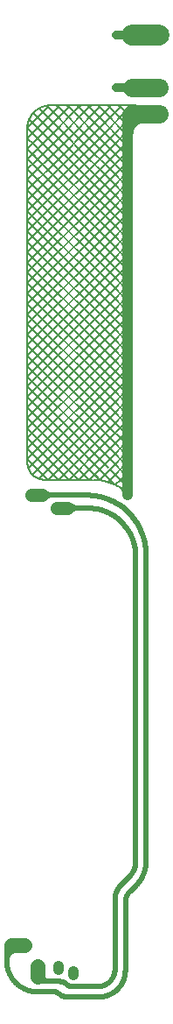
<source format=gbr>
G04 EAGLE Gerber RS-274X export*
G75*
%MOMM*%
%FSLAX34Y34*%
%LPD*%
%INBottom Copper*%
%IPPOS*%
%AMOC8*
5,1,8,0,0,1.08239X$1,22.5*%
G01*
%ADD10C,1.800000*%
%ADD11C,2.000000*%
%ADD12C,1.000000*%
%ADD13C,1.000000*%
%ADD14C,0.500000*%
%ADD15C,2.000000*%
%ADD16C,0.812800*%
%ADD17C,1.800000*%
%ADD18C,1.400000*%
%ADD19C,1.300000*%
%ADD20C,0.200000*%


D10*
X167500Y899200D03*
D11*
X167500Y950000D03*
D12*
X137500Y860100D02*
X137500Y513000D01*
D13*
X137500Y513000D03*
D12*
X137500Y860100D02*
X137504Y860432D01*
X137516Y860764D01*
X137536Y861096D01*
X137564Y861427D01*
X137600Y861757D01*
X137644Y862087D01*
X137696Y862415D01*
X137756Y862742D01*
X137824Y863067D01*
X137900Y863391D01*
X137983Y863712D01*
X138074Y864032D01*
X138173Y864349D01*
X138279Y864664D01*
X138394Y864976D01*
X138515Y865285D01*
X138644Y865591D01*
X138780Y865894D01*
X138924Y866194D01*
X139075Y866490D01*
X139233Y866782D01*
X139398Y867071D01*
X139570Y867355D01*
X139749Y867635D01*
X139934Y867911D01*
X140126Y868182D01*
X140325Y868448D01*
X140529Y868710D01*
X140741Y868967D01*
X140958Y869218D01*
X141181Y869464D01*
X141411Y869705D01*
X141645Y869939D01*
X141886Y870169D01*
X142132Y870392D01*
X142383Y870609D01*
X142640Y870821D01*
X142902Y871025D01*
X143168Y871224D01*
X143439Y871416D01*
X143715Y871601D01*
X143995Y871780D01*
X144279Y871952D01*
X144568Y872117D01*
X144860Y872275D01*
X145156Y872426D01*
X145456Y872570D01*
X145759Y872706D01*
X146065Y872835D01*
X146374Y872956D01*
X146686Y873071D01*
X147001Y873177D01*
X147318Y873276D01*
X147638Y873367D01*
X147959Y873450D01*
X148283Y873526D01*
X148608Y873594D01*
X148935Y873654D01*
X149263Y873706D01*
X149593Y873750D01*
X149923Y873786D01*
X150254Y873814D01*
X150586Y873834D01*
X150918Y873846D01*
X151250Y873850D01*
X167500Y873850D01*
D10*
X167500Y873850D03*
D12*
X137500Y513000D02*
X137500Y505400D01*
D14*
X98792Y492500D02*
X80000Y492500D01*
X98792Y492500D02*
X99909Y492487D01*
X101024Y492446D01*
X102139Y492379D01*
X103252Y492284D01*
X104362Y492163D01*
X105469Y492015D01*
X106571Y491840D01*
X107670Y491639D01*
X108763Y491411D01*
X109850Y491157D01*
X110931Y490877D01*
X112005Y490571D01*
X113071Y490238D01*
X114129Y489881D01*
X115178Y489497D01*
X116217Y489089D01*
X117246Y488655D01*
X118264Y488197D01*
X119271Y487714D01*
X120266Y487207D01*
X121248Y486676D01*
X122218Y486122D01*
X123173Y485544D01*
X124115Y484944D01*
X125041Y484320D01*
X125952Y483675D01*
X126848Y483008D01*
X127727Y482319D01*
X128589Y481610D01*
X129434Y480879D01*
X130260Y480129D01*
X131069Y479358D01*
X131858Y478569D01*
X132629Y477760D01*
X133379Y476934D01*
X134110Y476089D01*
X134819Y475227D01*
X135508Y474348D01*
X136175Y473452D01*
X136820Y472541D01*
X137444Y471615D01*
X138044Y470673D01*
X138622Y469718D01*
X139176Y468748D01*
X139707Y467766D01*
X140214Y466771D01*
X140697Y465764D01*
X141155Y464746D01*
X141589Y463717D01*
X141997Y462678D01*
X142381Y461629D01*
X142738Y460571D01*
X143071Y459505D01*
X143377Y458431D01*
X143657Y457350D01*
X143911Y456263D01*
X144139Y455170D01*
X144340Y454071D01*
X144515Y452969D01*
X144663Y451862D01*
X144784Y450752D01*
X144879Y449639D01*
X144946Y448524D01*
X144987Y447409D01*
X145000Y446292D01*
X145000Y150651D01*
X144994Y150183D01*
X144978Y149715D01*
X144950Y149247D01*
X144911Y148780D01*
X144861Y148315D01*
X144800Y147850D01*
X144728Y147388D01*
X144644Y146927D01*
X144550Y146468D01*
X144445Y146011D01*
X144329Y145558D01*
X144203Y145107D01*
X144066Y144659D01*
X143918Y144215D01*
X143759Y143774D01*
X143590Y143337D01*
X143411Y142904D01*
X143222Y142476D01*
X143022Y142052D01*
X142812Y141634D01*
X142593Y141220D01*
X142364Y140811D01*
X142125Y140409D01*
X141876Y140012D01*
X141618Y139621D01*
X141351Y139236D01*
X141075Y138858D01*
X140790Y138486D01*
X140496Y138122D01*
X140193Y137764D01*
X139882Y137414D01*
X139563Y137071D01*
X139236Y136736D01*
X130764Y128264D01*
X130437Y127929D01*
X130118Y127586D01*
X129807Y127236D01*
X129504Y126878D01*
X129210Y126514D01*
X128925Y126142D01*
X128649Y125764D01*
X128382Y125379D01*
X128124Y124988D01*
X127875Y124591D01*
X127636Y124189D01*
X127407Y123780D01*
X127188Y123366D01*
X126978Y122948D01*
X126778Y122524D01*
X126589Y122096D01*
X126410Y121663D01*
X126241Y121226D01*
X126082Y120785D01*
X125934Y120341D01*
X125797Y119893D01*
X125671Y119442D01*
X125555Y118988D01*
X125450Y118532D01*
X125356Y118073D01*
X125272Y117612D01*
X125200Y117150D01*
X125139Y116685D01*
X125089Y116220D01*
X125050Y115753D01*
X125022Y115285D01*
X125006Y114817D01*
X125000Y114349D01*
X125000Y47071D01*
X124995Y46659D01*
X124980Y46246D01*
X124955Y45834D01*
X124920Y45423D01*
X124876Y45013D01*
X124821Y44604D01*
X124756Y44197D01*
X124682Y43791D01*
X124598Y43387D01*
X124504Y42986D01*
X124400Y42586D01*
X124287Y42190D01*
X124164Y41796D01*
X124032Y41405D01*
X123891Y41018D01*
X123740Y40634D01*
X123580Y40253D01*
X123410Y39877D01*
X123232Y39505D01*
X123045Y39138D01*
X122849Y38775D01*
X122644Y38417D01*
X122430Y38064D01*
X122208Y37716D01*
X121978Y37374D01*
X121740Y37037D01*
X121493Y36706D01*
X121239Y36381D01*
X120977Y36063D01*
X120707Y35751D01*
X120430Y35445D01*
X120145Y35147D01*
X119853Y34855D01*
X119555Y34570D01*
X119249Y34293D01*
X118937Y34023D01*
X118619Y33761D01*
X118294Y33507D01*
X117963Y33260D01*
X117626Y33022D01*
X117284Y32792D01*
X116936Y32570D01*
X116583Y32356D01*
X116225Y32151D01*
X115862Y31955D01*
X115495Y31768D01*
X115123Y31590D01*
X114747Y31420D01*
X114366Y31260D01*
X113982Y31109D01*
X113595Y30968D01*
X113204Y30836D01*
X112810Y30713D01*
X112414Y30600D01*
X112014Y30496D01*
X111613Y30402D01*
X111209Y30318D01*
X110803Y30244D01*
X110396Y30179D01*
X109987Y30124D01*
X109577Y30080D01*
X109166Y30045D01*
X108754Y30020D01*
X108341Y30005D01*
X107929Y30000D01*
X83750Y30000D01*
X83528Y30003D01*
X83306Y30011D01*
X83084Y30025D01*
X82863Y30044D01*
X82642Y30068D01*
X82422Y30098D01*
X82202Y30133D01*
X81984Y30174D01*
X81766Y30220D01*
X81550Y30271D01*
X81335Y30328D01*
X81122Y30390D01*
X80910Y30457D01*
X80700Y30529D01*
X80492Y30607D01*
X80286Y30689D01*
X80081Y30777D01*
X79879Y30869D01*
X79680Y30967D01*
X79482Y31069D01*
X79288Y31176D01*
X79096Y31288D01*
X78907Y31405D01*
X78720Y31526D01*
X78537Y31651D01*
X78357Y31782D01*
X78180Y31916D01*
X78007Y32055D01*
X77837Y32198D01*
X77670Y32345D01*
X77508Y32496D01*
X77349Y32652D01*
X77348Y32652D02*
X77286Y32714D01*
X77286Y32715D02*
X77153Y32844D01*
X77017Y32971D01*
X76878Y33094D01*
X76736Y33214D01*
X76592Y33331D01*
X76444Y33444D01*
X76294Y33553D01*
X76142Y33659D01*
X75987Y33761D01*
X75829Y33860D01*
X75670Y33955D01*
X75508Y34046D01*
X75344Y34133D01*
X75177Y34216D01*
X75009Y34295D01*
X74840Y34370D01*
X74668Y34441D01*
X74495Y34508D01*
X74320Y34571D01*
X74144Y34629D01*
X73966Y34684D01*
X73788Y34734D01*
X73608Y34780D01*
X73427Y34822D01*
X73245Y34859D01*
X73062Y34892D01*
X72878Y34921D01*
X72694Y34945D01*
X72510Y34965D01*
X72325Y34980D01*
X72139Y34991D01*
X71954Y34998D01*
X71768Y35000D01*
X60000Y35000D01*
X55518Y35000D01*
X55371Y35002D01*
X55224Y35008D01*
X55078Y35018D01*
X54931Y35031D01*
X54786Y35049D01*
X54640Y35070D01*
X54496Y35096D01*
X54352Y35125D01*
X54208Y35158D01*
X54066Y35194D01*
X53925Y35235D01*
X53785Y35279D01*
X53646Y35327D01*
X53509Y35379D01*
X53372Y35434D01*
X53238Y35493D01*
X53105Y35556D01*
X52974Y35622D01*
X52844Y35691D01*
X52717Y35764D01*
X52591Y35840D01*
X52468Y35920D01*
X52346Y36003D01*
X52227Y36089D01*
X52110Y36178D01*
X51996Y36270D01*
X51884Y36365D01*
X51775Y36464D01*
X51668Y36565D01*
X51565Y36668D01*
X51464Y36775D01*
X51365Y36884D01*
X51270Y36996D01*
X51178Y37110D01*
X51089Y37227D01*
X51003Y37346D01*
X50920Y37468D01*
X50840Y37591D01*
X50764Y37717D01*
X50691Y37844D01*
X50622Y37974D01*
X50556Y38105D01*
X50493Y38238D01*
X50434Y38372D01*
X50379Y38509D01*
X50327Y38646D01*
X50279Y38785D01*
X50235Y38925D01*
X50194Y39066D01*
X50158Y39208D01*
X50125Y39352D01*
X50096Y39496D01*
X50070Y39640D01*
X50049Y39786D01*
X50031Y39931D01*
X50018Y40078D01*
X50008Y40224D01*
X50002Y40371D01*
X50000Y40518D01*
X50000Y50000D01*
D13*
X80000Y492500D03*
X50000Y50000D03*
D14*
X87500Y492500D02*
X80833Y494857D01*
X80000Y492500D01*
X80833Y490143D02*
X87500Y492500D01*
X80833Y490143D02*
X80000Y492500D01*
X80833Y494857D02*
X87500Y492500D01*
X80833Y494857D02*
X80000Y492500D01*
X80833Y490143D02*
X87500Y492500D01*
X80833Y490143D02*
X80000Y492500D01*
X80833Y494857D02*
X87500Y492500D01*
X80833Y494857D02*
X80000Y492500D01*
X80833Y490143D02*
X87500Y492500D01*
X80833Y490143D02*
X80000Y492500D01*
X80833Y494857D02*
X87500Y492500D01*
X80833Y494857D02*
X80000Y492500D01*
X80833Y490143D02*
X87500Y492500D01*
X80833Y490143D02*
X80000Y492500D01*
D13*
X70000Y50000D03*
D14*
X55000Y505000D02*
X97639Y505000D01*
X99025Y504983D01*
X100410Y504933D01*
X101794Y504849D01*
X103175Y504732D01*
X104553Y504582D01*
X105927Y504398D01*
X107296Y504181D01*
X108660Y503931D01*
X110017Y503649D01*
X111366Y503333D01*
X112708Y502985D01*
X114041Y502605D01*
X115365Y502193D01*
X116678Y501748D01*
X117979Y501272D01*
X119270Y500765D01*
X120547Y500227D01*
X121811Y499658D01*
X123061Y499059D01*
X124296Y498430D01*
X125515Y497771D01*
X126719Y497082D01*
X127905Y496365D01*
X129074Y495620D01*
X130224Y494846D01*
X131355Y494045D01*
X132466Y493217D01*
X133558Y492362D01*
X134628Y491481D01*
X135676Y490574D01*
X136703Y489643D01*
X137706Y488686D01*
X138686Y487706D01*
X139643Y486703D01*
X140574Y485676D01*
X141481Y484628D01*
X142362Y483558D01*
X143217Y482466D01*
X144045Y481355D01*
X144846Y480224D01*
X145620Y479074D01*
X146365Y477905D01*
X147082Y476719D01*
X147771Y475515D01*
X148430Y474296D01*
X149059Y473061D01*
X149658Y471811D01*
X150227Y470547D01*
X150765Y469270D01*
X151272Y467979D01*
X151748Y466678D01*
X152193Y465365D01*
X152605Y464041D01*
X152985Y462708D01*
X153333Y461366D01*
X153649Y460017D01*
X153931Y458660D01*
X154181Y457296D01*
X154398Y455927D01*
X154582Y454553D01*
X154732Y453175D01*
X154849Y451794D01*
X154933Y450410D01*
X154983Y449025D01*
X155000Y447639D01*
X155000Y151250D01*
X154990Y150435D01*
X154960Y149621D01*
X154910Y148808D01*
X154840Y147996D01*
X154750Y147187D01*
X154641Y146379D01*
X154511Y145575D01*
X154362Y144774D01*
X154193Y143977D01*
X154005Y143184D01*
X153798Y142396D01*
X153571Y141614D01*
X153325Y140837D01*
X153060Y140067D01*
X152776Y139303D01*
X152473Y138547D01*
X152152Y137798D01*
X151813Y137057D01*
X151456Y136325D01*
X151080Y135602D01*
X150688Y134888D01*
X150277Y134184D01*
X149850Y133491D01*
X149406Y132808D01*
X148945Y132136D01*
X148467Y131476D01*
X147974Y130827D01*
X147465Y130191D01*
X146941Y129568D01*
X146401Y128958D01*
X145846Y128361D01*
X145277Y127778D01*
X145277Y127777D02*
X139375Y121875D01*
X139127Y121621D01*
X138884Y121361D01*
X138648Y121095D01*
X138419Y120823D01*
X138196Y120546D01*
X137979Y120264D01*
X137770Y119977D01*
X137567Y119685D01*
X137371Y119389D01*
X137183Y119087D01*
X137001Y118781D01*
X136827Y118472D01*
X136660Y118158D01*
X136501Y117840D01*
X136350Y117518D01*
X136206Y117193D01*
X136070Y116865D01*
X135942Y116533D01*
X135822Y116198D01*
X135709Y115861D01*
X135605Y115521D01*
X135509Y115179D01*
X135421Y114835D01*
X135341Y114488D01*
X135270Y114140D01*
X135207Y113790D01*
X135152Y113439D01*
X135106Y113086D01*
X135068Y112733D01*
X135038Y112379D01*
X135017Y112024D01*
X135004Y111668D01*
X135000Y111313D01*
X135000Y45607D01*
X134993Y44988D01*
X134970Y44370D01*
X134933Y43752D01*
X134880Y43136D01*
X134813Y42520D01*
X134731Y41907D01*
X134634Y41296D01*
X134523Y40687D01*
X134397Y40081D01*
X134256Y39479D01*
X134101Y38880D01*
X133931Y38285D01*
X133747Y37694D01*
X133548Y37108D01*
X133336Y36527D01*
X133110Y35951D01*
X132869Y35380D01*
X132615Y34816D01*
X132348Y34258D01*
X132067Y33707D01*
X131773Y33162D01*
X131465Y32625D01*
X131145Y32096D01*
X130812Y31574D01*
X130467Y31061D01*
X130109Y30556D01*
X129740Y30059D01*
X129358Y29572D01*
X128965Y29095D01*
X128560Y28626D01*
X128144Y28168D01*
X127717Y27720D01*
X127280Y27283D01*
X126832Y26856D01*
X126374Y26440D01*
X125905Y26035D01*
X125428Y25642D01*
X124941Y25260D01*
X124444Y24891D01*
X123939Y24533D01*
X123426Y24188D01*
X122904Y23855D01*
X122375Y23535D01*
X121838Y23227D01*
X121293Y22933D01*
X120742Y22652D01*
X120184Y22385D01*
X119620Y22131D01*
X119049Y21890D01*
X118473Y21664D01*
X117892Y21452D01*
X117306Y21253D01*
X116715Y21069D01*
X116120Y20899D01*
X115521Y20744D01*
X114919Y20603D01*
X114313Y20477D01*
X113704Y20366D01*
X113093Y20269D01*
X112480Y20187D01*
X111864Y20120D01*
X111248Y20067D01*
X110630Y20030D01*
X110012Y20007D01*
X109393Y20000D01*
X36250Y70000D02*
X32500Y70000D01*
X32198Y69996D01*
X31896Y69985D01*
X31595Y69967D01*
X31294Y69942D01*
X30993Y69909D01*
X30694Y69869D01*
X30396Y69822D01*
X30098Y69767D01*
X29803Y69706D01*
X29509Y69637D01*
X29216Y69561D01*
X28926Y69478D01*
X28637Y69388D01*
X28351Y69291D01*
X28067Y69188D01*
X27786Y69077D01*
X27508Y68960D01*
X27232Y68836D01*
X26960Y68705D01*
X26691Y68568D01*
X26425Y68425D01*
X26163Y68275D01*
X25904Y68118D01*
X25650Y67956D01*
X25399Y67787D01*
X25153Y67613D01*
X24910Y67432D01*
X24673Y67246D01*
X24439Y67054D01*
X24211Y66856D01*
X23987Y66653D01*
X23769Y66445D01*
X23555Y66231D01*
X23347Y66013D01*
X23144Y65789D01*
X22946Y65561D01*
X22754Y65327D01*
X22568Y65090D01*
X22387Y64847D01*
X22213Y64601D01*
X22044Y64350D01*
X21882Y64096D01*
X21725Y63837D01*
X21575Y63575D01*
X21432Y63309D01*
X21295Y63040D01*
X21164Y62768D01*
X21040Y62492D01*
X20923Y62214D01*
X20812Y61933D01*
X20709Y61649D01*
X20612Y61363D01*
X20522Y61074D01*
X20439Y60784D01*
X20363Y60491D01*
X20294Y60197D01*
X20233Y59902D01*
X20178Y59604D01*
X20131Y59306D01*
X20091Y59007D01*
X20058Y58706D01*
X20033Y58405D01*
X20015Y58104D01*
X20004Y57802D01*
X20000Y57500D01*
X20000Y54789D01*
X20009Y54069D01*
X20035Y53350D01*
X20078Y52631D01*
X20139Y51914D01*
X20217Y51198D01*
X20313Y50485D01*
X20425Y49774D01*
X20555Y49066D01*
X20702Y48361D01*
X20866Y47660D01*
X21046Y46963D01*
X21244Y46271D01*
X21458Y45584D01*
X21689Y44902D01*
X21936Y44226D01*
X22199Y43556D01*
X22479Y42892D01*
X22774Y42236D01*
X23085Y41587D01*
X23412Y40945D01*
X23754Y40312D01*
X24112Y39687D01*
X24484Y39071D01*
X24871Y38464D01*
X25273Y37867D01*
X25689Y37279D01*
X26119Y36702D01*
X26563Y36136D01*
X27021Y35580D01*
X27492Y35035D01*
X27975Y34502D01*
X28472Y33981D01*
X28981Y33472D01*
X29502Y32975D01*
X30035Y32492D01*
X30580Y32021D01*
X31136Y31563D01*
X31702Y31119D01*
X32279Y30689D01*
X32867Y30273D01*
X33464Y29871D01*
X34071Y29484D01*
X34687Y29112D01*
X35312Y28754D01*
X35945Y28412D01*
X36587Y28085D01*
X37236Y27774D01*
X37892Y27479D01*
X38556Y27199D01*
X39226Y26936D01*
X39902Y26689D01*
X40584Y26458D01*
X41271Y26244D01*
X41963Y26046D01*
X42660Y25866D01*
X43361Y25702D01*
X44066Y25555D01*
X44774Y25425D01*
X45485Y25313D01*
X46198Y25217D01*
X46914Y25139D01*
X47631Y25078D01*
X48350Y25035D01*
X49069Y25009D01*
X49789Y25000D01*
X66679Y25000D01*
X66819Y24998D01*
X66959Y24992D01*
X67099Y24982D01*
X67239Y24969D01*
X67378Y24951D01*
X67517Y24929D01*
X67654Y24904D01*
X67792Y24875D01*
X67928Y24842D01*
X68063Y24805D01*
X68197Y24764D01*
X68330Y24719D01*
X68462Y24671D01*
X68592Y24619D01*
X68721Y24564D01*
X68848Y24505D01*
X68974Y24442D01*
X69098Y24376D01*
X69219Y24307D01*
X69339Y24234D01*
X69457Y24157D01*
X69572Y24078D01*
X69686Y23995D01*
X69796Y23909D01*
X69905Y23820D01*
X70011Y23728D01*
X70114Y23633D01*
X70215Y23536D01*
X70427Y23329D01*
X70644Y23127D01*
X70866Y22931D01*
X71092Y22740D01*
X71324Y22555D01*
X71559Y22375D01*
X71799Y22202D01*
X72044Y22034D01*
X72292Y21873D01*
X72544Y21717D01*
X72800Y21568D01*
X73060Y21425D01*
X73323Y21289D01*
X73589Y21159D01*
X73858Y21036D01*
X74131Y20919D01*
X74406Y20809D01*
X74683Y20706D01*
X74964Y20609D01*
X75246Y20520D01*
X75531Y20437D01*
X75817Y20362D01*
X76105Y20293D01*
X76395Y20232D01*
X76686Y20178D01*
X76979Y20131D01*
X77272Y20091D01*
X77567Y20058D01*
X77862Y20033D01*
X78158Y20015D01*
X78454Y20004D01*
X78750Y20000D01*
X109393Y20000D01*
D13*
X55000Y505000D03*
X36250Y70000D03*
D14*
X62500Y505000D02*
X55833Y507357D01*
X55000Y505000D01*
X55833Y502643D02*
X62500Y505000D01*
X55833Y502643D02*
X55000Y505000D01*
X55833Y507357D02*
X62500Y505000D01*
X55833Y507357D02*
X55000Y505000D01*
X55833Y502643D02*
X62500Y505000D01*
X55833Y502643D02*
X55000Y505000D01*
X55833Y507357D02*
X62500Y505000D01*
X55833Y507357D02*
X55000Y505000D01*
X55833Y502643D02*
X62500Y505000D01*
X55833Y502643D02*
X55000Y505000D01*
X55833Y507357D02*
X62500Y505000D01*
X55833Y507357D02*
X55000Y505000D01*
X55833Y502643D02*
X62500Y505000D01*
X55833Y502643D02*
X55000Y505000D01*
D13*
X85000Y45000D03*
D15*
X141510Y950000D02*
X167500Y950000D01*
D16*
X141510Y950000D02*
X126250Y950000D01*
D17*
X141510Y873850D02*
X167500Y873850D01*
X167500Y899200D02*
X141510Y899200D01*
D16*
X126250Y899200D01*
D12*
X70000Y50000D02*
X70000Y46250D01*
D18*
X50000Y50000D02*
X50000Y39500D01*
D12*
X85000Y41250D02*
X85000Y45000D01*
D18*
X37500Y70000D02*
X24500Y70000D01*
D19*
X68750Y492500D02*
X78750Y492500D01*
X53750Y505000D02*
X43750Y505000D01*
D20*
X56000Y41625D02*
X56009Y41480D01*
X56021Y41334D01*
X56038Y41190D01*
X56058Y41045D01*
X56083Y40902D01*
X56111Y40759D01*
X56143Y40617D01*
X56179Y40475D01*
X56219Y40335D01*
X56263Y40196D01*
X56310Y40058D01*
X56361Y39922D01*
X56416Y39787D01*
X56474Y39653D01*
X56536Y39521D01*
X56602Y39391D01*
X56671Y39263D01*
X56743Y39136D01*
X56819Y39012D01*
X56898Y38890D01*
X56981Y38769D01*
X57066Y38652D01*
X57155Y38536D01*
X57247Y38423D01*
X57342Y38313D01*
X57440Y38205D01*
X57541Y38099D01*
X57645Y37997D01*
X57751Y37897D01*
X57860Y37801D01*
X57972Y37707D01*
X58086Y37616D01*
X58202Y37529D01*
X58321Y37445D01*
X58442Y37363D01*
X58565Y37286D01*
X58691Y37211D01*
X58818Y37140D01*
X58947Y37073D01*
X59078Y37009D01*
X59211Y36948D01*
X59345Y36892D01*
X59481Y36838D01*
X59618Y36789D01*
X59756Y36743D01*
X59896Y36701D01*
X60036Y36663D01*
X60178Y36629D01*
X60320Y36598D01*
X60464Y36572D01*
X60608Y36549D01*
X60752Y36530D01*
X60897Y36515D01*
X61042Y36504D01*
X61188Y36497D01*
X61334Y36494D01*
X61479Y36495D01*
X61625Y36500D01*
D14*
X54500Y37125D02*
X54500Y46125D01*
X45501Y46000D02*
X45487Y45751D01*
X45480Y45501D01*
X45478Y45252D01*
X45483Y45002D01*
X45493Y44752D01*
X45510Y44503D01*
X45532Y44255D01*
X45561Y44006D01*
X45595Y43759D01*
X45636Y43513D01*
X45682Y43267D01*
X45735Y43023D01*
X45793Y42780D01*
X45857Y42539D01*
X45927Y42299D01*
X46003Y42061D01*
X46084Y41825D01*
X46172Y41591D01*
X46264Y41359D01*
X46363Y41129D01*
X46466Y40902D01*
X46576Y40678D01*
X46690Y40456D01*
X46810Y40237D01*
X46936Y40021D01*
X47066Y39808D01*
X47202Y39598D01*
X47342Y39392D01*
X47488Y39189D01*
X47638Y38989D01*
X47794Y38794D01*
X47953Y38602D01*
X48118Y38414D01*
X48287Y38230D01*
X48460Y38050D01*
X48638Y37875D01*
X48820Y37703D01*
X49006Y37537D01*
X49196Y37374D01*
X49389Y37217D01*
X49587Y37064D01*
X49788Y36916D01*
X49993Y36773D01*
X50201Y36635D01*
X50412Y36502D01*
X50626Y36374D01*
X50844Y36251D01*
X51064Y36133D01*
X51288Y36021D01*
X51513Y35915D01*
X51742Y35814D01*
X51973Y35718D01*
X52206Y35628D01*
X52441Y35544D01*
X52678Y35465D01*
X52917Y35392D01*
X53157Y35325D01*
X53399Y35264D01*
X53643Y35208D01*
X53888Y35159D01*
X54133Y35115D01*
X54380Y35078D01*
X54628Y35046D01*
X54877Y35021D01*
X55126Y35001D01*
X20000Y53750D02*
X20000Y70000D01*
X50000Y35000D02*
X60000Y35000D01*
D12*
X137500Y855000D02*
X137511Y855365D01*
X137530Y855730D01*
X137558Y856095D01*
X137595Y856459D01*
X137640Y856821D01*
X137695Y857183D01*
X137758Y857543D01*
X137830Y857901D01*
X137910Y858258D01*
X137999Y858612D01*
X138097Y858965D01*
X138203Y859314D01*
X138318Y859662D01*
X138440Y860006D01*
X138572Y860347D01*
X138711Y860685D01*
X138858Y861020D01*
X139014Y861350D01*
X139177Y861677D01*
X139349Y862000D01*
X139528Y862319D01*
X139715Y862633D01*
X139909Y862943D01*
X140110Y863248D01*
X140319Y863548D01*
X140536Y863842D01*
X140759Y864132D01*
X140989Y864416D01*
X141226Y864694D01*
X141470Y864967D01*
X141720Y865233D01*
X141976Y865494D01*
X142239Y865748D01*
X142508Y865996D01*
X142782Y866237D01*
X143063Y866471D01*
X143349Y866699D01*
X143640Y866920D01*
X143937Y867133D01*
X144239Y867340D01*
X144545Y867539D01*
X144857Y867730D01*
X145173Y867914D01*
X145493Y868090D01*
X145817Y868259D01*
X146146Y868419D01*
X146478Y868572D01*
X146814Y868716D01*
X147153Y868853D01*
X147495Y868981D01*
X147841Y869101D01*
X148189Y869212D01*
X148540Y869315D01*
X148893Y869409D01*
X149248Y869495D01*
X149605Y869573D01*
X149964Y869641D01*
X150325Y869701D01*
X150687Y869752D01*
X151050Y869795D01*
X151414Y869828D01*
X151779Y869853D01*
X152144Y869869D01*
X152509Y869877D01*
X152875Y869875D01*
X137500Y873500D02*
X137500Y853500D01*
D14*
X30000Y65500D02*
X29758Y65497D01*
X29517Y65488D01*
X29276Y65474D01*
X29035Y65453D01*
X28795Y65427D01*
X28555Y65395D01*
X28316Y65357D01*
X28079Y65314D01*
X27842Y65264D01*
X27607Y65209D01*
X27373Y65149D01*
X27141Y65082D01*
X26910Y65011D01*
X26681Y64933D01*
X26454Y64850D01*
X26229Y64762D01*
X26006Y64668D01*
X25786Y64569D01*
X25568Y64464D01*
X25353Y64355D01*
X25140Y64240D01*
X24930Y64120D01*
X24724Y63995D01*
X24520Y63865D01*
X24319Y63730D01*
X24122Y63590D01*
X23928Y63446D01*
X23738Y63297D01*
X23552Y63143D01*
X23369Y62985D01*
X23190Y62823D01*
X23015Y62656D01*
X22844Y62485D01*
X22677Y62310D01*
X22515Y62131D01*
X22357Y61948D01*
X22203Y61762D01*
X22054Y61572D01*
X21910Y61378D01*
X21770Y61181D01*
X21635Y60980D01*
X21505Y60776D01*
X21380Y60570D01*
X21260Y60360D01*
X21145Y60147D01*
X21036Y59932D01*
X20931Y59714D01*
X20832Y59494D01*
X20738Y59271D01*
X20650Y59046D01*
X20567Y58819D01*
X20489Y58590D01*
X20418Y58359D01*
X20351Y58127D01*
X20291Y57893D01*
X20236Y57658D01*
X20186Y57421D01*
X20143Y57184D01*
X20105Y56945D01*
X20073Y56705D01*
X20047Y56465D01*
X20026Y56224D01*
X20012Y55983D01*
X20003Y55742D01*
X20000Y55500D01*
D20*
X133750Y860000D02*
X133750Y870000D01*
X61845Y881845D02*
X61317Y881839D01*
X60790Y881819D01*
X60263Y881788D01*
X59737Y881743D01*
X59212Y881686D01*
X58689Y881616D01*
X58167Y881533D01*
X57648Y881438D01*
X57131Y881330D01*
X56617Y881210D01*
X56106Y881078D01*
X55599Y880933D01*
X55095Y880776D01*
X54594Y880607D01*
X54099Y880425D01*
X53607Y880232D01*
X53121Y880027D01*
X52639Y879811D01*
X52163Y879582D01*
X51693Y879343D01*
X51229Y879092D01*
X50770Y878830D01*
X50319Y878557D01*
X49874Y878273D01*
X49436Y877978D01*
X49005Y877673D01*
X48582Y877358D01*
X48166Y877032D01*
X47758Y876696D01*
X47359Y876351D01*
X46968Y875996D01*
X46586Y875632D01*
X46213Y875259D01*
X45849Y874877D01*
X45494Y874486D01*
X45149Y874087D01*
X44813Y873679D01*
X44487Y873263D01*
X44172Y872840D01*
X43867Y872409D01*
X43572Y871971D01*
X43288Y871526D01*
X43015Y871075D01*
X42753Y870616D01*
X42502Y870152D01*
X42263Y869682D01*
X42034Y869206D01*
X41818Y868724D01*
X41613Y868238D01*
X41420Y867746D01*
X41238Y867251D01*
X41069Y866750D01*
X40912Y866246D01*
X40767Y865739D01*
X40635Y865228D01*
X40515Y864714D01*
X40407Y864197D01*
X40312Y863678D01*
X40229Y863156D01*
X40159Y862633D01*
X40102Y862108D01*
X40057Y861582D01*
X40026Y861055D01*
X40006Y860528D01*
X40000Y860000D01*
X61845Y881845D02*
X145625Y881845D01*
X120000Y530000D02*
X110000Y520000D01*
X120000Y530000D02*
X140000Y550000D01*
X102929Y520000D02*
X100000Y520000D01*
X90000Y520000D01*
X80000Y520000D01*
X70000Y520000D01*
X60000Y520000D01*
X57071Y520000D01*
X56659Y520005D01*
X56246Y520020D01*
X55834Y520045D01*
X55423Y520080D01*
X55013Y520124D01*
X54604Y520179D01*
X54197Y520244D01*
X53791Y520318D01*
X53387Y520402D01*
X52986Y520496D01*
X52586Y520600D01*
X52190Y520713D01*
X51796Y520836D01*
X51405Y520968D01*
X51018Y521109D01*
X50634Y521260D01*
X50253Y521420D01*
X49877Y521590D01*
X49505Y521768D01*
X49138Y521955D01*
X48775Y522151D01*
X48417Y522356D01*
X48064Y522570D01*
X47716Y522792D01*
X47374Y523022D01*
X47037Y523260D01*
X46706Y523507D01*
X46381Y523761D01*
X46063Y524023D01*
X45751Y524293D01*
X45445Y524570D01*
X45147Y524855D01*
X44855Y525147D01*
X44570Y525445D01*
X44293Y525751D01*
X44023Y526063D01*
X43761Y526381D01*
X43507Y526706D01*
X43260Y527037D01*
X43022Y527374D01*
X42792Y527716D01*
X42570Y528064D01*
X42356Y528417D01*
X42151Y528775D01*
X41955Y529138D01*
X41768Y529505D01*
X41590Y529877D01*
X41420Y530253D01*
X41260Y530634D01*
X41109Y531018D01*
X40968Y531405D01*
X40836Y531796D01*
X40713Y532190D01*
X40600Y532586D01*
X40496Y532986D01*
X40402Y533387D01*
X40318Y533791D01*
X40244Y534197D01*
X40179Y534604D01*
X40124Y535013D01*
X40080Y535423D01*
X40045Y535834D01*
X40020Y536246D01*
X40005Y536659D01*
X40000Y537071D01*
X40000Y540000D01*
X40000Y550000D01*
X40000Y560000D01*
X40000Y570000D01*
X40000Y580000D01*
X40000Y590000D01*
X40000Y600000D01*
X40000Y610000D01*
X40000Y620000D01*
X40000Y630000D01*
X40000Y640000D01*
X40000Y650000D01*
X40000Y660000D01*
X40000Y670000D01*
X40000Y680000D01*
X40000Y690000D01*
X40000Y700000D01*
X40000Y710000D01*
X40000Y720000D01*
X40000Y730000D01*
X40000Y740000D01*
X40000Y750000D01*
X40000Y760000D01*
X40000Y770000D01*
X40000Y780000D01*
X40000Y790000D01*
X40000Y800000D01*
X40000Y810000D01*
X40000Y820000D01*
X120000Y540000D02*
X110000Y530000D01*
X100000Y520000D01*
X90000Y520000D02*
X100000Y530000D01*
X110000Y540000D01*
X120000Y550000D01*
X120000Y560000D02*
X110000Y550000D01*
X80000Y520000D01*
X70000Y520000D01*
X120000Y570000D01*
X120000Y580000D02*
X60000Y520000D01*
X60000Y530000D02*
X120000Y590000D01*
X60000Y530000D02*
X51250Y521250D01*
X50000Y530000D02*
X120000Y600000D01*
X50000Y530000D02*
X45000Y525000D01*
X50000Y540000D02*
X120000Y610000D01*
X50000Y540000D02*
X41250Y531250D01*
X40000Y540000D02*
X120000Y620000D01*
X120000Y630000D02*
X40000Y550000D01*
X40000Y560000D01*
X120000Y640000D01*
X120000Y650000D02*
X40000Y570000D01*
X40000Y580000D01*
X120000Y660000D01*
X120000Y670000D02*
X40000Y590000D01*
X40000Y600000D02*
X120000Y680000D01*
X120000Y690000D02*
X40000Y610000D01*
X40000Y620000D01*
X120000Y700000D01*
X120000Y710000D02*
X40000Y630000D01*
X40000Y640000D01*
X120000Y720000D01*
X120000Y730000D02*
X40000Y650000D01*
X40000Y660000D01*
X120000Y740000D01*
X120000Y750000D02*
X40000Y670000D01*
X40000Y680000D01*
X120000Y760000D01*
X120000Y770000D02*
X40000Y690000D01*
X40000Y700000D01*
X120000Y780000D01*
X120000Y790000D02*
X40000Y710000D01*
X40000Y720000D01*
X120000Y800000D01*
X120000Y810000D02*
X40000Y730000D01*
X40000Y740000D01*
X120000Y820000D01*
X120000Y830000D02*
X40000Y750000D01*
X40000Y760000D01*
X120000Y840000D01*
X40000Y780000D02*
X40000Y770000D01*
X40000Y540000D02*
X60000Y520000D01*
X40000Y540000D02*
X40000Y550000D01*
X70000Y520000D01*
X80000Y520000D01*
X40000Y560000D01*
X40000Y570000D01*
X90000Y520000D01*
X100000Y520000D02*
X40000Y580000D01*
X40000Y590000D01*
X100000Y530000D01*
X110000Y530000D02*
X40000Y600000D01*
X40000Y610000D02*
X110000Y540000D01*
X110000Y550000D02*
X40000Y620000D01*
X40000Y630000D02*
X120000Y550000D01*
X120000Y560000D02*
X40000Y640000D01*
X40000Y650000D02*
X120000Y570000D01*
X120000Y580000D02*
X40000Y660000D01*
X40000Y670000D02*
X120000Y590000D01*
X120000Y600000D02*
X40000Y680000D01*
X40000Y690000D02*
X120000Y610000D01*
X120000Y620000D02*
X40000Y700000D01*
X40000Y710000D02*
X120000Y630000D01*
X120000Y640000D02*
X40000Y720000D01*
X40000Y730000D02*
X120000Y650000D01*
X120000Y660000D02*
X40000Y740000D01*
X40000Y750000D02*
X120000Y670000D01*
X120000Y680000D02*
X40000Y760000D01*
X40000Y770000D02*
X120000Y690000D01*
X120000Y700000D02*
X40000Y780000D01*
X40000Y790000D02*
X120000Y710000D01*
X120000Y720000D02*
X40000Y800000D01*
X40000Y810000D02*
X120000Y730000D01*
X120000Y740000D02*
X40000Y820000D01*
X110000Y550000D02*
X120000Y540000D01*
X118750Y531250D02*
X110000Y540000D01*
X110000Y530000D02*
X115000Y525000D01*
X108750Y521250D02*
X100000Y530000D01*
X120000Y820000D02*
X140000Y840000D01*
X140000Y830000D02*
X120000Y810000D01*
X120000Y800000D02*
X140000Y820000D01*
X140000Y810000D02*
X120000Y790000D01*
X120000Y780000D02*
X140000Y800000D01*
X140000Y790000D02*
X120000Y770000D01*
X120000Y760000D02*
X140000Y780000D01*
X140000Y770000D02*
X120000Y750000D01*
X120000Y740000D02*
X140000Y760000D01*
X140000Y750000D02*
X120000Y730000D01*
X120000Y720000D02*
X140000Y740000D01*
X140000Y560000D02*
X120000Y540000D01*
X120000Y550000D02*
X130000Y560000D01*
X140000Y570000D01*
X140000Y580000D02*
X120000Y560000D01*
X120000Y570000D02*
X140000Y590000D01*
X140000Y600000D02*
X120000Y580000D01*
X120000Y590000D02*
X140000Y610000D01*
X140000Y620000D02*
X120000Y600000D01*
X120000Y610000D02*
X140000Y630000D01*
X140000Y640000D02*
X120000Y620000D01*
X120000Y630000D02*
X140000Y650000D01*
X140000Y660000D02*
X120000Y640000D01*
X120000Y650000D02*
X140000Y670000D01*
X140000Y680000D02*
X120000Y660000D01*
X120000Y670000D02*
X140000Y690000D01*
X140000Y700000D02*
X120000Y680000D01*
X120000Y690000D02*
X140000Y710000D01*
X140000Y720000D02*
X120000Y700000D01*
X120000Y710000D02*
X140000Y730000D01*
X140000Y540000D02*
X120000Y520000D01*
X110000Y530000D01*
X110000Y520000D02*
X100000Y530000D01*
X120000Y540000D02*
X140000Y520000D01*
X130000Y520000D02*
X140000Y530000D01*
X129938Y520063D02*
X120000Y530000D01*
X129938Y520063D02*
X130000Y520000D01*
X140000Y530000D02*
X120000Y550000D01*
X120000Y560000D02*
X140000Y540000D01*
X130000Y560000D02*
X120000Y570000D01*
X130000Y560000D02*
X140000Y550000D01*
X140000Y560000D02*
X120000Y580000D01*
X120000Y590000D02*
X140000Y570000D01*
X140000Y580000D02*
X120000Y600000D01*
X120000Y620000D02*
X140000Y600000D01*
X140000Y590000D02*
X120000Y610000D01*
X140000Y620000D02*
X120000Y640000D01*
X120000Y630000D02*
X140000Y610000D01*
X140000Y640000D02*
X120000Y660000D01*
X120000Y650000D02*
X140000Y630000D01*
X140000Y650000D02*
X120000Y670000D01*
X120000Y680000D02*
X140000Y660000D01*
X140000Y670000D02*
X120000Y690000D01*
X120000Y700000D02*
X140000Y680000D01*
X140000Y690000D02*
X120000Y710000D01*
X120000Y720000D02*
X140000Y700000D01*
X140000Y710000D02*
X120000Y730000D01*
X120000Y740000D02*
X140000Y720000D01*
X140000Y820000D02*
X120000Y840000D01*
X120000Y830000D02*
X140000Y810000D01*
X140000Y800000D02*
X120000Y820000D01*
X120000Y810000D02*
X140000Y790000D01*
X140000Y780000D02*
X120000Y800000D01*
X120000Y790000D02*
X140000Y770000D01*
X140000Y760000D02*
X120000Y780000D01*
X120000Y770000D02*
X140000Y750000D01*
X140000Y740000D02*
X120000Y760000D01*
X120000Y750000D02*
X140000Y730000D01*
X120000Y830000D02*
X130000Y840000D01*
X140000Y850000D01*
X110000Y840000D02*
X40000Y770000D01*
X40000Y780000D02*
X100000Y840000D01*
X90000Y840000D02*
X40000Y790000D01*
X40000Y800000D02*
X70000Y830000D01*
X80000Y840000D01*
X50000Y820000D02*
X40000Y810000D01*
X50000Y820000D02*
X60000Y830000D01*
X70000Y840000D01*
X50000Y830000D02*
X40000Y820000D01*
X50000Y830000D02*
X60000Y840000D01*
X50000Y820000D02*
X120000Y750000D01*
X50000Y820000D02*
X42500Y827500D01*
X50000Y830000D02*
X120000Y760000D01*
X50000Y830000D02*
X46250Y833750D01*
X60000Y830000D02*
X120000Y770000D01*
X60000Y830000D02*
X52500Y837500D01*
X70000Y830000D02*
X120000Y780000D01*
X70000Y830000D02*
X60000Y840000D01*
X70000Y840000D02*
X120000Y790000D01*
X120000Y800000D02*
X80000Y840000D01*
X90000Y840000D02*
X120000Y810000D01*
X120000Y820000D02*
X100000Y840000D01*
X110000Y840000D02*
X120000Y830000D01*
X130000Y840000D02*
X140000Y830000D01*
X130000Y840000D02*
X126250Y843750D01*
X140000Y840000D02*
X100000Y880000D01*
X98750Y881250D01*
X40000Y830000D02*
X40000Y820000D01*
X40000Y830000D02*
X40000Y833153D01*
X40000Y840000D02*
X50000Y830000D01*
X42500Y827500D02*
X40000Y830000D01*
X60000Y840000D02*
X40000Y860000D01*
X46250Y843750D02*
X52500Y837500D01*
X46250Y843750D02*
X40000Y850000D01*
X60000Y850000D02*
X70000Y840000D01*
X80000Y840000D02*
X70000Y850000D01*
X80000Y850000D02*
X90000Y840000D01*
X100000Y840000D02*
X90000Y850000D01*
X100000Y850000D02*
X110000Y840000D01*
X120000Y840000D02*
X110000Y850000D01*
X120000Y850000D02*
X130000Y840000D01*
X140000Y850000D02*
X110000Y880000D01*
X108750Y881250D01*
X140000Y860000D02*
X120000Y840000D01*
X110000Y840000D02*
X120000Y850000D01*
X110000Y850000D02*
X100000Y840000D01*
X90000Y840000D02*
X100000Y850000D01*
X90000Y850000D02*
X80000Y840000D01*
X70000Y840000D02*
X80000Y850000D01*
X70000Y850000D02*
X60000Y840000D01*
X60000Y850000D02*
X40000Y830000D01*
X129938Y520063D02*
X125125Y515250D01*
X130000Y520000D02*
X133750Y516250D01*
X40000Y850000D02*
X40000Y860000D01*
X40000Y850000D02*
X40000Y840000D01*
X40000Y830000D01*
X60000Y850000D02*
X42500Y867500D01*
X50000Y870000D02*
X70000Y850000D01*
X50000Y870000D02*
X46250Y873750D01*
X60000Y870000D02*
X80000Y850000D01*
X60000Y870000D02*
X51250Y878750D01*
X60000Y880000D02*
X90000Y850000D01*
X60000Y880000D02*
X58750Y881250D01*
X70000Y880000D02*
X100000Y850000D01*
X70000Y880000D02*
X68750Y881250D01*
X80000Y880000D02*
X110000Y850000D01*
X80000Y880000D02*
X78750Y881250D01*
X90000Y880000D02*
X120000Y850000D01*
X90000Y880000D02*
X88750Y881250D01*
X90000Y850000D02*
X120000Y880000D01*
X121250Y881250D01*
X100000Y880000D02*
X70000Y850000D01*
X100000Y880000D02*
X101250Y881250D01*
X90000Y880000D02*
X60000Y850000D01*
X90000Y880000D02*
X91250Y881250D01*
X80000Y880000D02*
X40000Y840000D01*
X80000Y880000D02*
X81250Y881250D01*
X70000Y880000D02*
X40000Y850000D01*
X70000Y880000D02*
X71250Y881250D01*
X60000Y880000D02*
X40000Y860000D01*
X60000Y880000D02*
X61250Y881250D01*
X80000Y850000D02*
X110000Y880000D01*
X111250Y881250D01*
X130000Y880000D02*
X100000Y850000D01*
X130000Y880000D02*
X131250Y881250D01*
X140000Y880000D02*
X110000Y850000D01*
X120000Y850000D02*
X140000Y870000D01*
X140000Y860000D02*
X118750Y881250D01*
X130000Y880000D02*
X140000Y870000D01*
X130000Y880000D02*
X128750Y881250D01*
X120000Y520000D02*
X118125Y518125D01*
X131375Y511375D02*
X140000Y520000D01*
X124375Y515625D02*
X120000Y520000D01*
X103750Y520001D02*
X105025Y519961D01*
X106298Y519890D01*
X107569Y519789D01*
X108837Y519656D01*
X110102Y519492D01*
X111362Y519297D01*
X112617Y519072D01*
X113866Y518816D01*
X115109Y518530D01*
X116344Y518213D01*
X117571Y517866D01*
X118789Y517490D01*
X119998Y517083D01*
X121196Y516648D01*
X122384Y516183D01*
X123559Y515689D01*
X124722Y515167D01*
X125873Y514616D01*
X127009Y514038D01*
X128131Y513432D01*
X129238Y512798D01*
X130329Y512138D01*
X131403Y511452D01*
X132460Y510739D01*
X133500Y510001D01*
X133500Y506500D02*
X133487Y506679D01*
X133469Y506858D01*
X133447Y507036D01*
X133420Y507214D01*
X133390Y507391D01*
X133355Y507567D01*
X133315Y507742D01*
X133272Y507917D01*
X133224Y508090D01*
X133172Y508262D01*
X133116Y508432D01*
X133056Y508602D01*
X132991Y508769D01*
X132923Y508936D01*
X132851Y509100D01*
X132774Y509263D01*
X132694Y509423D01*
X132610Y509582D01*
X132522Y509739D01*
X132430Y509893D01*
X132335Y510046D01*
X132236Y510196D01*
X132133Y510343D01*
X132027Y510488D01*
X131917Y510630D01*
X131804Y510770D01*
X131688Y510906D01*
X131568Y511040D01*
X131445Y511171D01*
X131319Y511299D01*
X131189Y511424D01*
X131057Y511546D01*
X130922Y511664D01*
X130784Y511780D01*
X130644Y511891D01*
X130500Y512000D01*
M02*

</source>
